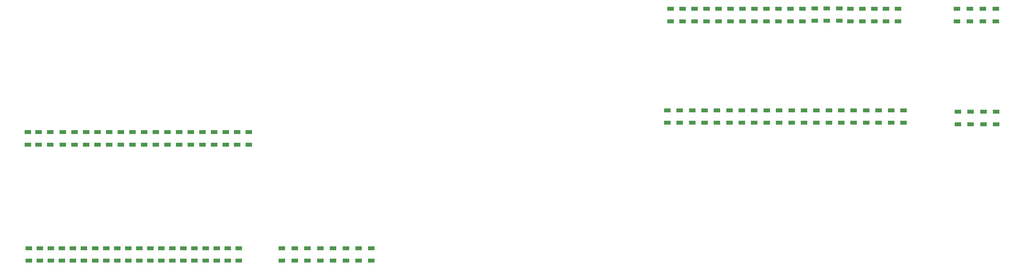
<source format=gtp>
G04*
G04 #@! TF.GenerationSoftware,Altium Limited,Altium Designer,23.7.1 (13)*
G04*
G04 Layer_Color=8421504*
%FSLAX44Y44*%
%MOMM*%
G71*
G04*
G04 #@! TF.SameCoordinates,B1C70322-BD44-42DD-AC63-955F88C0B9D7*
G04*
G04*
G04 #@! TF.FilePolarity,Positive*
G04*
G01*
G75*
%ADD13R,1.8000X1.0000*%
D13*
X1794510Y908050D02*
D03*
Y875550D02*
D03*
X778510Y281940D02*
D03*
Y249440D02*
D03*
X811893Y281940D02*
D03*
Y249440D02*
D03*
X845276Y281940D02*
D03*
Y249440D02*
D03*
X878659Y281940D02*
D03*
Y249440D02*
D03*
X912041Y281940D02*
D03*
Y249440D02*
D03*
X945424Y281940D02*
D03*
Y249440D02*
D03*
X978807Y281940D02*
D03*
Y249440D02*
D03*
X1012190Y281940D02*
D03*
Y249440D02*
D03*
X665480Y281940D02*
D03*
Y249440D02*
D03*
X636604Y281940D02*
D03*
Y249440D02*
D03*
X607728Y281940D02*
D03*
Y249440D02*
D03*
X578853Y281940D02*
D03*
Y249440D02*
D03*
X549977Y281940D02*
D03*
Y249440D02*
D03*
X2545080Y638810D02*
D03*
Y606310D02*
D03*
X203467Y281940D02*
D03*
Y249440D02*
D03*
X2542540Y908050D02*
D03*
Y875550D02*
D03*
X2578523Y638810D02*
D03*
Y606310D02*
D03*
X521101Y281940D02*
D03*
Y249440D02*
D03*
X174592Y281940D02*
D03*
Y249440D02*
D03*
X2576407Y908050D02*
D03*
Y875550D02*
D03*
X2611967Y638810D02*
D03*
Y606310D02*
D03*
X145716Y281940D02*
D03*
Y249440D02*
D03*
X2610273Y908050D02*
D03*
Y875550D02*
D03*
X2645410Y638810D02*
D03*
Y606310D02*
D03*
X116840Y281940D02*
D03*
Y249440D02*
D03*
X2644140Y908050D02*
D03*
Y875550D02*
D03*
X692150Y585470D02*
D03*
Y552970D02*
D03*
X2402840Y642620D02*
D03*
Y610120D02*
D03*
X492225Y281940D02*
D03*
Y249440D02*
D03*
X661737Y585470D02*
D03*
Y552970D02*
D03*
X2388869Y908050D02*
D03*
Y875550D02*
D03*
X2370355Y642620D02*
D03*
Y610120D02*
D03*
X631324Y585470D02*
D03*
Y552970D02*
D03*
X2357587Y908050D02*
D03*
Y875550D02*
D03*
X2337869Y642620D02*
D03*
Y610120D02*
D03*
X463349Y281940D02*
D03*
Y249440D02*
D03*
X600910Y585470D02*
D03*
Y552970D02*
D03*
X2326305Y908050D02*
D03*
Y875550D02*
D03*
X2305384Y642620D02*
D03*
Y610120D02*
D03*
X570497Y585470D02*
D03*
Y552970D02*
D03*
X2295023Y908050D02*
D03*
Y875550D02*
D03*
X2272899Y642620D02*
D03*
Y610120D02*
D03*
X434474Y281940D02*
D03*
Y249440D02*
D03*
X540084Y585470D02*
D03*
Y552970D02*
D03*
X2263741Y908050D02*
D03*
Y875550D02*
D03*
X2240414Y642620D02*
D03*
Y610120D02*
D03*
X509671Y585470D02*
D03*
Y552970D02*
D03*
X2235200Y909320D02*
D03*
Y876820D02*
D03*
X2207928Y642620D02*
D03*
Y610120D02*
D03*
X405598Y281940D02*
D03*
Y249440D02*
D03*
X479258Y585470D02*
D03*
Y552970D02*
D03*
X2201979Y909320D02*
D03*
Y876820D02*
D03*
X2175443Y642620D02*
D03*
Y610120D02*
D03*
X448845Y585470D02*
D03*
Y552970D02*
D03*
X2170697Y909320D02*
D03*
Y876820D02*
D03*
X2142958Y642620D02*
D03*
Y610120D02*
D03*
X376722Y281940D02*
D03*
Y249440D02*
D03*
X418432Y585470D02*
D03*
Y552970D02*
D03*
X2138613Y908050D02*
D03*
Y875550D02*
D03*
X2110473Y642620D02*
D03*
Y610120D02*
D03*
X388018Y585470D02*
D03*
Y552970D02*
D03*
X2107331Y908050D02*
D03*
Y875550D02*
D03*
X2077987Y642620D02*
D03*
Y610120D02*
D03*
X347846Y281940D02*
D03*
Y249440D02*
D03*
X357605Y585470D02*
D03*
Y552970D02*
D03*
X2076049Y908050D02*
D03*
Y875550D02*
D03*
X2045502Y642620D02*
D03*
Y610120D02*
D03*
X327192Y585470D02*
D03*
Y552970D02*
D03*
X2044767Y908050D02*
D03*
Y875550D02*
D03*
X2013017Y642620D02*
D03*
Y610120D02*
D03*
X318971Y281940D02*
D03*
Y249440D02*
D03*
X296779Y585470D02*
D03*
Y552970D02*
D03*
X2013485Y908050D02*
D03*
Y875550D02*
D03*
X1980531Y642620D02*
D03*
Y610120D02*
D03*
X266366Y585470D02*
D03*
Y552970D02*
D03*
X1982202Y908050D02*
D03*
Y875550D02*
D03*
X1948046Y642620D02*
D03*
Y610120D02*
D03*
X290095Y281940D02*
D03*
Y249440D02*
D03*
X235953Y585470D02*
D03*
Y552970D02*
D03*
X1950920Y908050D02*
D03*
Y875550D02*
D03*
X1915561Y642620D02*
D03*
Y610120D02*
D03*
X205539Y585470D02*
D03*
Y552970D02*
D03*
X1919638Y908050D02*
D03*
Y875550D02*
D03*
X1883076Y642620D02*
D03*
Y610120D02*
D03*
X261219Y281940D02*
D03*
Y249440D02*
D03*
X172720Y585470D02*
D03*
Y552970D02*
D03*
X1888356Y908050D02*
D03*
Y875550D02*
D03*
X1850591Y642620D02*
D03*
Y610120D02*
D03*
X142240Y585470D02*
D03*
Y552970D02*
D03*
X1857074Y908050D02*
D03*
Y875550D02*
D03*
X1818105Y642620D02*
D03*
Y610120D02*
D03*
X232343Y281940D02*
D03*
Y249440D02*
D03*
X114300Y585470D02*
D03*
Y552970D02*
D03*
X1825792Y908050D02*
D03*
Y875550D02*
D03*
X1785620Y642620D02*
D03*
Y610120D02*
D03*
M02*

</source>
